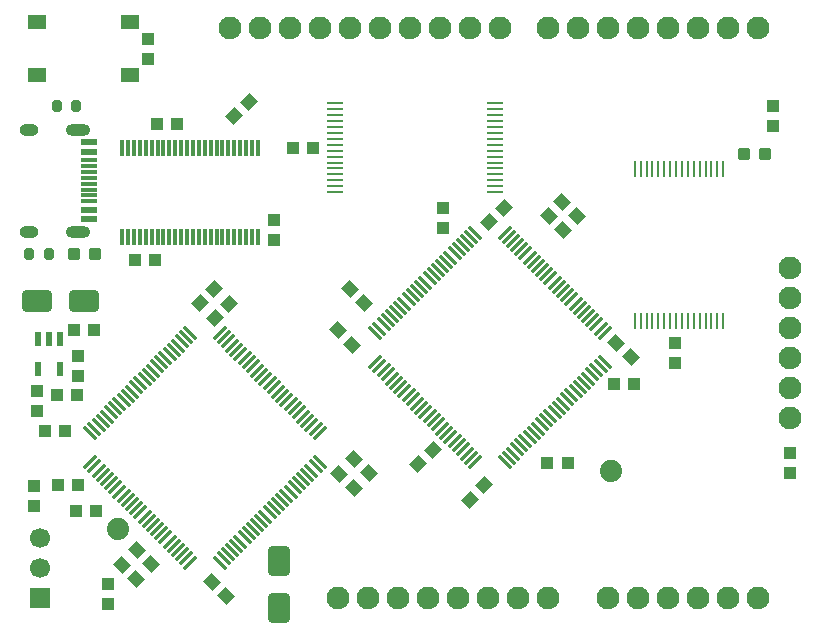
<source format=gbr>
%TF.GenerationSoftware,KiCad,Pcbnew,9.0.6*%
%TF.CreationDate,2026-02-22T20:48:50-08:00*%
%TF.ProjectId,BrainFuino,42726169-6e46-4756-996e-6f2e6b696361,rev?*%
%TF.SameCoordinates,Original*%
%TF.FileFunction,Soldermask,Top*%
%TF.FilePolarity,Negative*%
%FSLAX46Y46*%
G04 Gerber Fmt 4.6, Leading zero omitted, Abs format (unit mm)*
G04 Created by KiCad (PCBNEW 9.0.6) date 2026-02-22 20:48:50*
%MOMM*%
%LPD*%
G01*
G04 APERTURE LIST*
G04 Aperture macros list*
%AMRoundRect*
0 Rectangle with rounded corners*
0 $1 Rounding radius*
0 $2 $3 $4 $5 $6 $7 $8 $9 X,Y pos of 4 corners*
0 Add a 4 corners polygon primitive as box body*
4,1,4,$2,$3,$4,$5,$6,$7,$8,$9,$2,$3,0*
0 Add four circle primitives for the rounded corners*
1,1,$1+$1,$2,$3*
1,1,$1+$1,$4,$5*
1,1,$1+$1,$6,$7*
1,1,$1+$1,$8,$9*
0 Add four rect primitives between the rounded corners*
20,1,$1+$1,$2,$3,$4,$5,0*
20,1,$1+$1,$4,$5,$6,$7,0*
20,1,$1+$1,$6,$7,$8,$9,0*
20,1,$1+$1,$8,$9,$2,$3,0*%
%AMRotRect*
0 Rectangle, with rotation*
0 The origin of the aperture is its center*
0 $1 length*
0 $2 width*
0 $3 Rotation angle, in degrees counterclockwise*
0 Add horizontal line*
21,1,$1,$2,0,0,$3*%
G04 Aperture macros list end*
%ADD10R,1.000000X1.100000*%
%ADD11R,1.100000X1.000000*%
%ADD12R,0.228600X1.422400*%
%ADD13RoundRect,0.150000X0.350000X-0.350000X0.350000X0.350000X-0.350000X0.350000X-0.350000X-0.350000X0*%
%ADD14R,1.422400X0.228600*%
%ADD15RotRect,1.100000X1.000000X135.000000*%
%ADD16R,1.450000X0.600000*%
%ADD17R,1.450000X0.300000*%
%ADD18O,2.100000X1.000000*%
%ADD19O,1.600000X1.000000*%
%ADD20RotRect,1.100000X1.000000X45.000000*%
%ADD21RoundRect,0.250000X-1.000000X-0.650000X1.000000X-0.650000X1.000000X0.650000X-1.000000X0.650000X0*%
%ADD22R,0.550000X1.200000*%
%ADD23RotRect,1.100000X1.000000X225.000000*%
%ADD24RotRect,1.100000X1.000000X315.000000*%
%ADD25R,1.700000X1.700000*%
%ADD26C,1.700000*%
%ADD27RoundRect,0.200000X0.200000X0.275000X-0.200000X0.275000X-0.200000X-0.275000X0.200000X-0.275000X0*%
%ADD28R,0.300000X1.450000*%
%ADD29RoundRect,0.250000X-0.650000X1.000000X-0.650000X-1.000000X0.650000X-1.000000X0.650000X1.000000X0*%
%ADD30R,1.550000X1.300000*%
%ADD31RotRect,1.475000X0.300000X135.000000*%
%ADD32RotRect,1.475000X0.300000X225.000000*%
%ADD33C,1.879600*%
%ADD34C,1.930400*%
%ADD35RotRect,1.475000X0.300000X45.000000*%
G04 APERTURE END LIST*
D10*
%TO.C,R3*%
X122500000Y-129700000D03*
X122500000Y-128000000D03*
%TD*%
D11*
%TO.C,C9*%
X126650000Y-89000000D03*
X128350000Y-89000000D03*
%TD*%
D12*
%TO.C,IC2*%
X167103100Y-105727500D03*
X167603100Y-105727500D03*
X168103100Y-105727500D03*
X168603100Y-105727500D03*
X169103100Y-105727500D03*
X169603100Y-105727500D03*
X170103100Y-105727500D03*
X170603100Y-105727500D03*
X171103100Y-105727500D03*
X171603100Y-105727500D03*
X172103100Y-105727500D03*
X172603100Y-105727500D03*
X173103100Y-105727500D03*
X173603100Y-105727500D03*
X174103100Y-105727500D03*
X174603100Y-105727500D03*
X174603100Y-92849700D03*
X174103100Y-92849700D03*
X173603100Y-92849700D03*
X173103100Y-92849700D03*
X172603100Y-92849700D03*
X172103100Y-92849700D03*
X171603100Y-92849700D03*
X171103100Y-92849700D03*
X170603100Y-92849700D03*
X170103100Y-92849700D03*
X169603100Y-92849700D03*
X169103100Y-92849700D03*
X168603100Y-92849700D03*
X168103100Y-92849700D03*
X167603100Y-92849700D03*
X167103100Y-92849700D03*
%TD*%
D11*
%TO.C,R6*%
X119761900Y-121767600D03*
X121461900Y-121767600D03*
%TD*%
D10*
%TO.C,C4*%
X125895100Y-83501600D03*
X125895100Y-81801600D03*
%TD*%
%TO.C,R4*%
X180251100Y-116853600D03*
X180251100Y-118553600D03*
%TD*%
D13*
%TO.C,D3*%
X178130900Y-91567000D03*
X176376900Y-91567000D03*
%TD*%
D14*
%TO.C,IC3*%
X141757400Y-87283600D03*
X141757400Y-87783600D03*
X141757400Y-88283600D03*
X141757400Y-88783600D03*
X141757400Y-89283600D03*
X141757400Y-89783600D03*
X141757400Y-90283600D03*
X141757400Y-90783600D03*
X141757400Y-91283600D03*
X141757400Y-91783600D03*
X141757400Y-92283600D03*
X141757400Y-92783600D03*
X141757400Y-93283600D03*
X141757400Y-93783600D03*
X141757400Y-94283600D03*
X141757400Y-94783600D03*
X155244800Y-94783600D03*
X155244800Y-94283600D03*
X155244800Y-93783600D03*
X155244800Y-93283600D03*
X155244800Y-92783600D03*
X155244800Y-92283600D03*
X155244800Y-91783600D03*
X155244800Y-91283600D03*
X155244800Y-90783600D03*
X155244800Y-90283600D03*
X155244800Y-89783600D03*
X155244800Y-89283600D03*
X155244800Y-88783600D03*
X155244800Y-88283600D03*
X155244800Y-87783600D03*
X155244800Y-87283600D03*
%TD*%
D10*
%TO.C,C8*%
X120000000Y-108650000D03*
X120000000Y-110350000D03*
%TD*%
D15*
%TO.C,C20*%
X143202082Y-107702082D03*
X142000000Y-106500000D03*
%TD*%
D11*
%TO.C,C28*%
X126500000Y-100500000D03*
X124800000Y-100500000D03*
%TD*%
D16*
%TO.C,J1*%
X120915000Y-90570000D03*
X120915000Y-91370000D03*
D17*
X120915000Y-92570000D03*
X120915000Y-93570000D03*
X120915000Y-94070000D03*
X120915000Y-95070000D03*
D16*
X120915000Y-96270000D03*
X120915000Y-97070000D03*
X120915000Y-97070000D03*
X120915000Y-96270000D03*
D17*
X120915000Y-95570000D03*
X120915000Y-94570000D03*
X120915000Y-93070000D03*
X120915000Y-92070000D03*
D16*
X120915000Y-91370000D03*
X120915000Y-90570000D03*
D18*
X120000000Y-89500000D03*
D19*
X115820000Y-89500000D03*
D18*
X120000000Y-98140000D03*
D19*
X115820000Y-98140000D03*
%TD*%
D20*
%TO.C,C10*%
X133207059Y-88332641D03*
X134409141Y-87130559D03*
%TD*%
D15*
%TO.C,C15*%
X132500000Y-129000000D03*
X131297918Y-127797918D03*
%TD*%
D21*
%TO.C,D1*%
X116500000Y-104000000D03*
X120500000Y-104000000D03*
%TD*%
D20*
%TO.C,C17*%
X131556059Y-105477641D03*
X132758141Y-104275559D03*
%TD*%
D11*
%TO.C,C27*%
X139865100Y-91033600D03*
X138165100Y-91033600D03*
%TD*%
D22*
%TO.C,IC6*%
X118450000Y-107199900D03*
X117500000Y-107199900D03*
X116550000Y-107199900D03*
X116550000Y-109800100D03*
X118450000Y-109800100D03*
%TD*%
D23*
%TO.C,C7*%
X155999141Y-96147559D03*
X154797059Y-97349641D03*
%TD*%
D24*
%TO.C,C11*%
X143367059Y-117356559D03*
X144569141Y-118558641D03*
%TD*%
D25*
%TO.C,J2*%
X116751100Y-129133600D03*
D26*
X116751100Y-126593600D03*
X116751100Y-124053600D03*
%TD*%
D10*
%TO.C,R5*%
X178828700Y-89200000D03*
X178828700Y-87500000D03*
%TD*%
D23*
%TO.C,C21*%
X149991141Y-116594559D03*
X148789059Y-117796641D03*
%TD*%
D10*
%TO.C,R2*%
X116282100Y-119648600D03*
X116282100Y-121348600D03*
%TD*%
D24*
%TO.C,C25*%
X165553059Y-107577559D03*
X166755141Y-108779641D03*
%TD*%
%TO.C,C19*%
X159844548Y-96798915D03*
X161046630Y-98000997D03*
%TD*%
D13*
%TO.C,D4*%
X121377000Y-100000000D03*
X119623000Y-100000000D03*
%TD*%
D27*
%TO.C,R8*%
X119825000Y-87500000D03*
X118175000Y-87500000D03*
%TD*%
D28*
%TO.C,IC5*%
X135201100Y-91068600D03*
X134701100Y-91068600D03*
X134201100Y-91068600D03*
X133701100Y-91068600D03*
X133201100Y-91068600D03*
X132701100Y-91068600D03*
X132201100Y-91068600D03*
X131701100Y-91068600D03*
X131201100Y-91068600D03*
X130701100Y-91068600D03*
X130201100Y-91068600D03*
X129701100Y-91068600D03*
X129201100Y-91068600D03*
X128701100Y-91068600D03*
X128201100Y-91068600D03*
X127701100Y-91068600D03*
X127201100Y-91068600D03*
X126701100Y-91068600D03*
X126201100Y-91068600D03*
X125701100Y-91068600D03*
X125201100Y-91068600D03*
X124701100Y-91068600D03*
X124201100Y-91068600D03*
X123701100Y-91068600D03*
X123701100Y-98618600D03*
X124201100Y-98618600D03*
X124701100Y-98618600D03*
X125201100Y-98618600D03*
X125701100Y-98618600D03*
X126201100Y-98618600D03*
X126701100Y-98618600D03*
X127201100Y-98618600D03*
X127701100Y-98618600D03*
X128201100Y-98618600D03*
X128701100Y-98618600D03*
X129201100Y-98618600D03*
X129701100Y-98618600D03*
X130201100Y-98618600D03*
X130701100Y-98618600D03*
X131201100Y-98618600D03*
X131701100Y-98618600D03*
X132201100Y-98618600D03*
X132701100Y-98618600D03*
X133201100Y-98618600D03*
X133701100Y-98618600D03*
X134201100Y-98618600D03*
X134701100Y-98618600D03*
X135201100Y-98618600D03*
%TD*%
D29*
%TO.C,D2*%
X137000000Y-126000000D03*
X137000000Y-130000000D03*
%TD*%
D10*
%TO.C,C29*%
X136602100Y-97168600D03*
X136602100Y-98868600D03*
%TD*%
D30*
%TO.C,S1*%
X116459100Y-84901600D03*
X124409100Y-84901600D03*
X116459100Y-80401600D03*
X124409100Y-80401600D03*
%TD*%
D11*
%TO.C,C31*%
X118300000Y-119626042D03*
X120000000Y-119626042D03*
%TD*%
D31*
%TO.C,IC1*%
X156080052Y-117638833D03*
X156433605Y-117285280D03*
X156787158Y-116931726D03*
X157140712Y-116578173D03*
X157494265Y-116224619D03*
X157847819Y-115871066D03*
X158201372Y-115517513D03*
X158554925Y-115163959D03*
X158908479Y-114810406D03*
X159262032Y-114456852D03*
X159615585Y-114103299D03*
X159969139Y-113749746D03*
X160322692Y-113396192D03*
X160676246Y-113042639D03*
X161029799Y-112689085D03*
X161383352Y-112335532D03*
X161736906Y-111981979D03*
X162090459Y-111628425D03*
X162444013Y-111274872D03*
X162797566Y-110921319D03*
X163151119Y-110567765D03*
X163504673Y-110214212D03*
X163858226Y-109860658D03*
X164211780Y-109507105D03*
X164565333Y-109153552D03*
D32*
X164565333Y-106695648D03*
X164211780Y-106342095D03*
X163858226Y-105988542D03*
X163504673Y-105634988D03*
X163151119Y-105281435D03*
X162797566Y-104927881D03*
X162444013Y-104574328D03*
X162090459Y-104220775D03*
X161736906Y-103867221D03*
X161383352Y-103513668D03*
X161029799Y-103160115D03*
X160676246Y-102806561D03*
X160322692Y-102453008D03*
X159969139Y-102099454D03*
X159615585Y-101745901D03*
X159262032Y-101392348D03*
X158908479Y-101038794D03*
X158554925Y-100685241D03*
X158201372Y-100331687D03*
X157847819Y-99978134D03*
X157494265Y-99624581D03*
X157140712Y-99271027D03*
X156787158Y-98917474D03*
X156433605Y-98563920D03*
X156080052Y-98210367D03*
D31*
X153622148Y-98210367D03*
X153268595Y-98563920D03*
X152915042Y-98917474D03*
X152561488Y-99271027D03*
X152207935Y-99624581D03*
X151854381Y-99978134D03*
X151500828Y-100331687D03*
X151147275Y-100685241D03*
X150793721Y-101038794D03*
X150440168Y-101392348D03*
X150086615Y-101745901D03*
X149733061Y-102099454D03*
X149379508Y-102453008D03*
X149025954Y-102806561D03*
X148672401Y-103160115D03*
X148318848Y-103513668D03*
X147965294Y-103867221D03*
X147611741Y-104220775D03*
X147258187Y-104574328D03*
X146904634Y-104927881D03*
X146551081Y-105281435D03*
X146197527Y-105634988D03*
X145843974Y-105988542D03*
X145490420Y-106342095D03*
X145136867Y-106695648D03*
D32*
X145136867Y-109153552D03*
X145490420Y-109507105D03*
X145843974Y-109860658D03*
X146197527Y-110214212D03*
X146551081Y-110567765D03*
X146904634Y-110921319D03*
X147258187Y-111274872D03*
X147611741Y-111628425D03*
X147965294Y-111981979D03*
X148318848Y-112335532D03*
X148672401Y-112689085D03*
X149025954Y-113042639D03*
X149379508Y-113396192D03*
X149733061Y-113749746D03*
X150086615Y-114103299D03*
X150440168Y-114456852D03*
X150793721Y-114810406D03*
X151147275Y-115163959D03*
X151500828Y-115517513D03*
X151854381Y-115871066D03*
X152207935Y-116224619D03*
X152561488Y-116578173D03*
X152915042Y-116931726D03*
X153268595Y-117285280D03*
X153622148Y-117638833D03*
%TD*%
D27*
%TO.C,R7*%
X117500000Y-100000000D03*
X115850000Y-100000000D03*
%TD*%
D10*
%TO.C,C26*%
X170511100Y-107582600D03*
X170511100Y-109282600D03*
%TD*%
D24*
%TO.C,C3*%
X160981059Y-95639559D03*
X162183141Y-96841641D03*
%TD*%
D15*
%TO.C,C13*%
X124884141Y-127575641D03*
X123682059Y-126373559D03*
%TD*%
D24*
%TO.C,C16*%
X142097059Y-118626559D03*
X143299141Y-119828641D03*
%TD*%
D33*
%TO.C,NRST0*%
X123329700Y-123317000D03*
%TD*%
D11*
%TO.C,C1*%
X119650000Y-106500000D03*
X121350000Y-106500000D03*
%TD*%
%TO.C,C2*%
X118150000Y-112000000D03*
X119850000Y-112000000D03*
%TD*%
D15*
%TO.C,C6*%
X144201375Y-104201375D03*
X142999293Y-102999293D03*
%TD*%
D34*
%TO.C,B1*%
X149631093Y-129133600D03*
X152171093Y-129133600D03*
X169951093Y-129133600D03*
X164871093Y-129133600D03*
X137947093Y-80873600D03*
X154711093Y-129133600D03*
X157251093Y-129133600D03*
X140487093Y-80873600D03*
X180251099Y-113943612D03*
X155727093Y-80873600D03*
X153187093Y-80873600D03*
X150647093Y-80873600D03*
X148107093Y-80873600D03*
X145567093Y-80873600D03*
X143027093Y-80873600D03*
X135407093Y-80873600D03*
X132867093Y-80873600D03*
X172491093Y-129133600D03*
X175031093Y-129133600D03*
X144551093Y-129133600D03*
X142011093Y-129133600D03*
X167411093Y-129133600D03*
X177571093Y-80873600D03*
X175031093Y-80873600D03*
X172491093Y-80873600D03*
X169951093Y-80873600D03*
X167411093Y-80873600D03*
X164871093Y-80873600D03*
X162331093Y-80873600D03*
X159791093Y-80873600D03*
X177571093Y-129133600D03*
X147091093Y-129133600D03*
X180251099Y-103783613D03*
X180251099Y-108863612D03*
X180251099Y-111403612D03*
X180251099Y-106323612D03*
X180251099Y-101243613D03*
X159791093Y-129133600D03*
%TD*%
D11*
%TO.C,C14*%
X118850000Y-115000000D03*
X117150000Y-115000000D03*
%TD*%
D35*
%TO.C,IC4*%
X121006867Y-117662552D03*
X121360420Y-118016105D03*
X121713974Y-118369658D03*
X122067527Y-118723212D03*
X122421081Y-119076765D03*
X122774634Y-119430319D03*
X123128187Y-119783872D03*
X123481741Y-120137425D03*
X123835294Y-120490979D03*
X124188848Y-120844532D03*
X124542401Y-121198085D03*
X124895954Y-121551639D03*
X125249508Y-121905192D03*
X125603061Y-122258746D03*
X125956615Y-122612299D03*
X126310168Y-122965852D03*
X126663721Y-123319406D03*
X127017275Y-123672959D03*
X127370828Y-124026513D03*
X127724381Y-124380066D03*
X128077935Y-124733619D03*
X128431488Y-125087173D03*
X128785042Y-125440726D03*
X129138595Y-125794280D03*
X129492148Y-126147833D03*
D31*
X131950052Y-126147833D03*
X132303605Y-125794280D03*
X132657158Y-125440726D03*
X133010712Y-125087173D03*
X133364265Y-124733619D03*
X133717819Y-124380066D03*
X134071372Y-124026513D03*
X134424925Y-123672959D03*
X134778479Y-123319406D03*
X135132032Y-122965852D03*
X135485585Y-122612299D03*
X135839139Y-122258746D03*
X136192692Y-121905192D03*
X136546246Y-121551639D03*
X136899799Y-121198085D03*
X137253352Y-120844532D03*
X137606906Y-120490979D03*
X137960459Y-120137425D03*
X138314013Y-119783872D03*
X138667566Y-119430319D03*
X139021119Y-119076765D03*
X139374673Y-118723212D03*
X139728226Y-118369658D03*
X140081780Y-118016105D03*
X140435333Y-117662552D03*
D35*
X140435333Y-115204648D03*
X140081780Y-114851095D03*
X139728226Y-114497542D03*
X139374673Y-114143988D03*
X139021119Y-113790435D03*
X138667566Y-113436881D03*
X138314013Y-113083328D03*
X137960459Y-112729775D03*
X137606906Y-112376221D03*
X137253352Y-112022668D03*
X136899799Y-111669115D03*
X136546246Y-111315561D03*
X136192692Y-110962008D03*
X135839139Y-110608454D03*
X135485585Y-110254901D03*
X135132032Y-109901348D03*
X134778479Y-109547794D03*
X134424925Y-109194241D03*
X134071372Y-108840687D03*
X133717819Y-108487134D03*
X133364265Y-108133581D03*
X133010712Y-107780027D03*
X132657158Y-107426474D03*
X132303605Y-107072920D03*
X131950052Y-106719367D03*
D31*
X129492148Y-106719367D03*
X129138595Y-107072920D03*
X128785042Y-107426474D03*
X128431488Y-107780027D03*
X128077935Y-108133581D03*
X127724381Y-108487134D03*
X127370828Y-108840687D03*
X127017275Y-109194241D03*
X126663721Y-109547794D03*
X126310168Y-109901348D03*
X125956615Y-110254901D03*
X125603061Y-110608454D03*
X125249508Y-110962008D03*
X124895954Y-111315561D03*
X124542401Y-111669115D03*
X124188848Y-112022668D03*
X123835294Y-112376221D03*
X123481741Y-112729775D03*
X123128187Y-113083328D03*
X122774634Y-113436881D03*
X122421081Y-113790435D03*
X122067527Y-114143988D03*
X121713974Y-114497542D03*
X121360420Y-114851095D03*
X121006867Y-115204648D03*
%TD*%
D10*
%TO.C,C30*%
X116500000Y-111650000D03*
X116500000Y-113350000D03*
%TD*%
D33*
%TO.C,PL3C0*%
X165138100Y-118389400D03*
%TD*%
D20*
%TO.C,C12*%
X130286059Y-104207641D03*
X131488141Y-103005559D03*
%TD*%
D10*
%TO.C,C5*%
X150914100Y-97852600D03*
X150914100Y-96152600D03*
%TD*%
D20*
%TO.C,C22*%
X153183259Y-120819241D03*
X154385341Y-119617159D03*
%TD*%
D15*
%TO.C,C18*%
X126154141Y-126305641D03*
X124952059Y-125103559D03*
%TD*%
D11*
%TO.C,C23*%
X159716100Y-117703600D03*
X161416100Y-117703600D03*
%TD*%
%TO.C,C24*%
X165354900Y-111023400D03*
X167054900Y-111023400D03*
%TD*%
M02*

</source>
